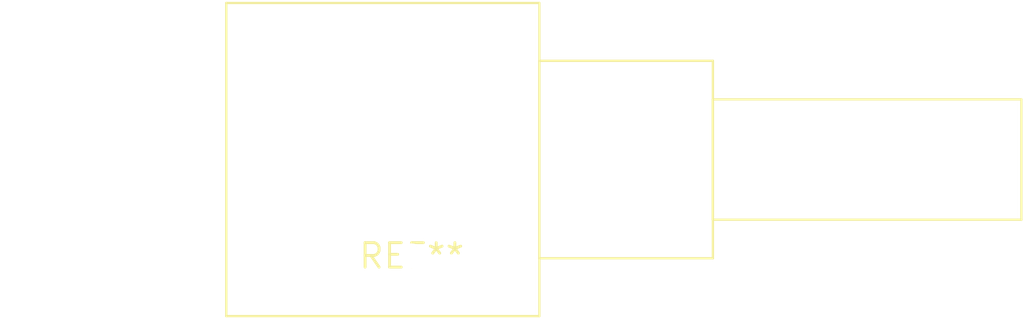
<source format=kicad_pcb>
(kicad_pcb (version 20240108) (generator pcbnew)
  (layers (0 "F.Cu" signal) (31 "B.Cu" signal) (34 "B.Paste" user) (35 "F.Paste" user) (36 "B.SilkS" user "B.Silkscreen") (37 "F.SilkS" user "F.Silkscreen") (38 "B.Mask" user) (39 "F.Mask" user) (44 "Edge.Cuts" user))
  (net 0 "")
  (footprint "Potentiometer_Piher_PC-16_Dual_Horizontal" (layer "F.Cu") (at 0 0)
    (property "Reference" "REF**")
    (property "Value" "Potentiometer_Piher_PC-16_Dual_Horizontal")
    (fp_line (start -9.62 -13.12) (end -9.62 3.12) (layer "F.SilkS") (stroke (width 0.12)))
    (fp_line (start -9.62 -13.12) (end 6.62 -13.12) (layer "F.SilkS") (stroke (width 0.12)))
    (fp_line (start -9.62 3.12) (end 6.62 3.12) (layer "F.SilkS") (stroke (width 0.12)))
    (fp_line (start 6.62 -13.12) (end 6.62 3.12) (layer "F.SilkS") (stroke (width 0.12)))
    (fp_line (start 6.62 -10.12) (end 6.62 0.12) (layer "F.SilkS") (stroke (width 0.12)))
    (fp_line (start 6.62 -10.12) (end 15.62 -10.12) (layer "F.SilkS") (stroke (width 0.12)))
    (fp_line (start 6.62 0.12) (end 15.62 0.12) (layer "F.SilkS") (stroke (width 0.12)))
    (fp_line (start 15.62 -10.12) (end 15.62 0.12) (layer "F.SilkS") (stroke (width 0.12)))
    (fp_line (start 15.62 -8.12) (end 15.62 -1.879) (layer "F.SilkS") (stroke (width 0.12)))
    (fp_line (start 15.62 -8.12) (end 31.62 -8.12) (layer "F.SilkS") (stroke (width 0.12)))
    (fp_line (start 15.62 -1.879) (end 31.62 -1.879) (layer "F.SilkS") (stroke (width 0.12)))
    (fp_line (start 31.62 -8.12) (end 31.62 -1.879) (layer "F.SilkS") (stroke (width 0.12)))
    (pad "1" thru_hole circle (at 0 0) (size 2.34 2.34) (drill 1.3) (layers *.Cu *.Mask) (remove_unused_layers))
    (pad "2" thru_hole circle (at 0 -5) (size 2.34 2.34) (drill 1.3) (layers *.Cu *.Mask) (remove_unused_layers))
    (pad "3" thru_hole circle (at 0 -10) (size 2.34 2.34) (drill 1.3) (layers *.Cu *.Mask) (remove_unused_layers))
    (pad "4" thru_hole circle (at -7.5 0) (size 2.34 2.34) (drill 1.3) (layers *.Cu *.Mask) (remove_unused_layers))
    (pad "5" thru_hole circle (at -7.5 -5) (size 2.34 2.34) (drill 1.3) (layers *.Cu *.Mask) (remove_unused_layers))
    (pad "6" thru_hole circle (at -7.5 -10) (size 2.34 2.34) (drill 1.3) (layers *.Cu *.Mask) (remove_unused_layers))
  )
)
</source>
